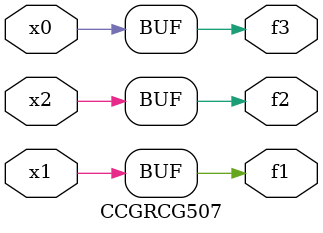
<source format=v>
module CCGRCG507(
	input x0, x1, x2,
	output f1, f2, f3
);
	assign f1 = x1;
	assign f2 = x2;
	assign f3 = x0;
endmodule

</source>
